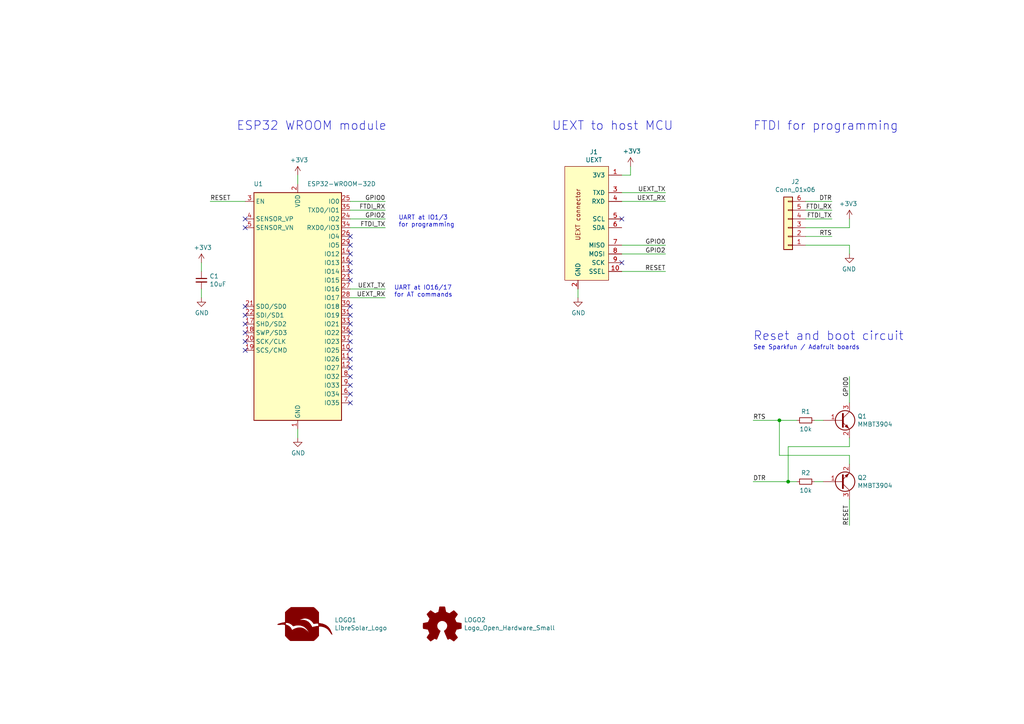
<source format=kicad_sch>
(kicad_sch (version 20230121) (generator eeschema)
  (paper "A4")
  (title_block (title "ESP32 WROOM to UEXT Adapter") (date "2019-03-07") (rev "0.2") (company "Libre Solar") (comment 1 "Author: Martin Jäger"))
  (lib_symbols
    (symbol "Connector_Generic:Conn_01x06" (pin_names (offset 1.016) hide)
      (property "Reference" "J" (at 0 7.62 0))
      (property "Value" "Conn_01x06" (at 0 -10.16 0))
      (symbol "Conn_01x06_1_1"
        (pin passive line (at -5.08 5.08 0) (length 3.81) (name "Pin_1") (number "1"))
        (pin passive line (at -5.08 2.54 0) (length 3.81) (name "Pin_2") (number "2"))
        (pin passive line (at -5.08 0 0) (length 3.81) (name "Pin_3") (number "3"))
        (pin passive line (at -5.08 -2.54 0) (length 3.81) (name "Pin_4") (number "4"))
        (pin passive line (at -5.08 -5.08 0) (length 3.81) (name "Pin_5") (number "5"))
        (pin passive line (at -5.08 -7.62 0) (length 3.81) (name "Pin_6") (number "6"))
      )
    )
    (symbol "Graphic:Logo_Open_Hardware_Small" (in_bom no) (on_board no))
    (symbol "Project:C" (pin_numbers hide) (pin_names (offset 0.254) hide)
      (property "Reference" "C" (at 0.635 1.905 0))
      (property "Value" "C" (at 0.635 -1.905 0))
      (symbol "C_1_1"
        (pin passive line (at 0 2.54 270) (length 1.905) (name "~") (number "1"))
        (pin passive line (at 0 -2.54 90) (length 2.032) (name "~") (number "2"))
      )
    )
    (symbol "Project:ESP32-WROOM-32D"
      (property "Reference" "U" (at -12.7 34.29 0))
      (property "Value" "ESP32-WROOM-32D" (at 1.27 34.29 0))
      (symbol "ESP32-WROOM-32D_1_1"
        (pin power_in line (at 0 -35.56 90) (length 2.54) (name "GND") (number "1"))
        (pin bidirectional line (at 15.24 -12.7 180) (length 2.54) (name "IO25") (number "10"))
        (pin bidirectional line (at 15.24 -15.24 180) (length 2.54) (name "IO26") (number "11"))
        (pin bidirectional line (at 15.24 -17.78 180) (length 2.54) (name "IO27") (number "12"))
        (pin bidirectional line (at 15.24 10.16 180) (length 2.54) (name "IO14") (number "13"))
        (pin bidirectional line (at 15.24 15.24 180) (length 2.54) (name "IO12") (number "14"))
        (pin passive line (at 0 -35.56 90) (length 2.54) hide (name "GND") (number "15"))
        (pin bidirectional line (at 15.24 12.7 180) (length 2.54) (name "IO13") (number "16"))
        (pin bidirectional line (at -15.24 -5.08 0) (length 2.54) (name "SHD/SD2") (number "17"))
        (pin bidirectional line (at -15.24 -7.62 0) (length 2.54) (name "SWP/SD3") (number "18"))
        (pin bidirectional line (at -15.24 -12.7 0) (length 2.54) (name "SCS/CMD") (number "19"))
        (pin power_in line (at 0 35.56 270) (length 2.54) (name "VDD") (number "2"))
        (pin bidirectional line (at -15.24 -10.16 0) (length 2.54) (name "SCK/CLK") (number "20"))
        (pin bidirectional line (at -15.24 0 0) (length 2.54) (name "SDO/SD0") (number "21"))
        (pin bidirectional line (at -15.24 -2.54 0) (length 2.54) (name "SDI/SD1") (number "22"))
        (pin bidirectional line (at 15.24 7.62 180) (length 2.54) (name "IO15") (number "23"))
        (pin bidirectional line (at 15.24 25.4 180) (length 2.54) (name "IO2") (number "24"))
        (pin bidirectional line (at 15.24 30.48 180) (length 2.54) (name "IO0") (number "25"))
        (pin bidirectional line (at 15.24 20.32 180) (length 2.54) (name "IO4") (number "26"))
        (pin bidirectional line (at 15.24 5.08 180) (length 2.54) (name "IO16") (number "27"))
        (pin bidirectional line (at 15.24 2.54 180) (length 2.54) (name "IO17") (number "28"))
        (pin bidirectional line (at 15.24 17.78 180) (length 2.54) (name "IO5") (number "29"))
        (pin input line (at -15.24 30.48 0) (length 2.54) (name "EN") (number "3"))
        (pin bidirectional line (at 15.24 0 180) (length 2.54) (name "IO18") (number "30"))
        (pin bidirectional line (at 15.24 -2.54 180) (length 2.54) (name "IO19") (number "31"))
        (pin no_connect line (at -12.7 -27.94 0) (length 2.54) hide (name "NC") (number "32"))
        (pin bidirectional line (at 15.24 -5.08 180) (length 2.54) (name "IO21") (number "33"))
        (pin bidirectional line (at 15.24 22.86 180) (length 2.54) (name "RXD0/IO3") (number "34"))
        (pin bidirectional line (at 15.24 27.94 180) (length 2.54) (name "TXD0/IO1") (number "35"))
        (pin bidirectional line (at 15.24 -7.62 180) (length 2.54) (name "IO22") (number "36"))
        (pin bidirectional line (at 15.24 -10.16 180) (length 2.54) (name "IO23") (number "37"))
        (pin passive line (at 0 -35.56 90) (length 2.54) hide (name "GND") (number "38"))
        (pin input line (at -15.24 25.4 0) (length 2.54) (name "SENSOR_VP") (number "4"))
        (pin input line (at -15.24 22.86 0) (length 2.54) (name "SENSOR_VN") (number "5"))
        (pin input line (at 15.24 -25.4 180) (length 2.54) (name "IO34") (number "6"))
        (pin input line (at 15.24 -27.94 180) (length 2.54) (name "IO35") (number "7"))
        (pin bidirectional line (at 15.24 -20.32 180) (length 2.54) (name "IO32") (number "8"))
        (pin bidirectional line (at 15.24 -22.86 180) (length 2.54) (name "IO33") (number "9"))
      )
    )
    (symbol "Project:LibreSolar_Logo" (pin_numbers hide) (pin_names (offset 1.016) hide)
      (property "Reference" "LOGO" (at 0 6.985 0))
      (property "Value" "LibreSolar_Logo" (at 0 -5.715 0))
    )
    (symbol "Project:R" (pin_numbers hide) (pin_names (offset 0.254) hide)
      (property "Reference" "R" (at -1.905 0 90))
      (property "Value" "R" (at 1.905 0 90))
      (symbol "R_1_1"
        (pin passive line (at 0 2.54 270) (length 0.762) (name "~") (number "1"))
        (pin passive line (at 0 -2.54 90) (length 0.762) (name "~") (number "2"))
      )
    )
    (symbol "Project:UEXT" (pin_names (offset 1.016))
      (property "Reference" "J" (at -6.35 19.05 0))
      (property "Value" "UEXT" (at 6.35 19.05 0))
      (symbol "UEXT_0_0"
        (text "UEXT connector" (at -2.54 3.81 900) (effects (font (size 1.27 1.27))))
        (pin passive line (at 10.16 7.62 180) (length 3.81) (name "RXD") (number "4"))
      )
      (symbol "UEXT_1_1"
        (pin passive line (at 10.16 15.24 180) (length 3.81) (name "3V3") (number "1"))
        (pin passive line (at 10.16 -12.7 180) (length 3.81) (name "SSEL") (number "10"))
        (pin passive line (at -2.54 -17.78 90) (length 2.54) (name "GND") (number "2"))
        (pin passive line (at 10.16 10.16 180) (length 3.81) (name "TXD") (number "3"))
        (pin passive line (at 10.16 2.54 180) (length 3.81) (name "SCL") (number "5"))
        (pin passive line (at 10.16 0 180) (length 3.81) (name "SDA") (number "6"))
        (pin passive line (at 10.16 -5.08 180) (length 3.81) (name "MISO") (number "7"))
        (pin passive line (at 10.16 -7.62 180) (length 3.81) (name "MOSI") (number "8"))
        (pin passive line (at 10.16 -10.16 180) (length 3.81) (name "SCK") (number "9"))
      )
    )
    (symbol "Transistor_BJT:MMBT3904" (pin_names (offset 0) hide)
      (property "Reference" "Q" (at 5.08 1.905 0))
      (property "Value" "MMBT3904" (at 5.08 0 0))
      (symbol "MMBT3904_1_1"
        (pin input line (at -5.08 0 0) (length 5.715) (name "B") (number "1"))
        (pin passive line (at 2.54 -5.08 90) (length 2.54) (name "E") (number "2"))
        (pin passive line (at 2.54 5.08 270) (length 2.54) (name "C") (number "3"))
      )
    )
    (symbol "power:+3V3" (power) (pin_names (offset 0))
      (property "Value" "+3V3" (at 0 3.556 0))
      (symbol "+3V3_1_1"
        (pin power_in line (at 0 0 90) (length 0) hide (name "+3V3") (number "1"))
      )
    )
    (symbol "power:GND" (power) (pin_names (offset 0))
      (property "Value" "GND" (at 0 -3.81 0))
      (symbol "GND_1_1"
        (pin power_in line (at 0 0 270) (length 0) hide (name "GND") (number "1"))
      )
    )
  )
  (junction (at 228.6 139.7))
  (junction (at 226.06 121.92))
  (no_connect (at 71.12 99.06))
  (no_connect (at 101.6 101.6))
  (no_connect (at 180.34 76.2))
  (no_connect (at 101.6 99.06))
  (no_connect (at 71.12 93.98))
  (no_connect (at 101.6 68.58))
  (no_connect (at 101.6 111.76))
  (no_connect (at 101.6 116.84))
  (no_connect (at 71.12 63.5))
  (no_connect (at 71.12 66.04))
  (no_connect (at 71.12 88.9))
  (no_connect (at 101.6 88.9))
  (no_connect (at 71.12 96.52))
  (no_connect (at 101.6 91.44))
  (no_connect (at 71.12 91.44))
  (no_connect (at 71.12 101.6))
  (no_connect (at 101.6 76.2))
  (no_connect (at 101.6 93.98))
  (no_connect (at 101.6 104.14))
  (no_connect (at 101.6 73.66))
  (no_connect (at 101.6 78.74))
  (no_connect (at 101.6 96.52))
  (no_connect (at 101.6 81.28))
  (no_connect (at 101.6 71.12))
  (no_connect (at 101.6 106.68))
  (no_connect (at 101.6 114.3))
  (no_connect (at 101.6 109.22))
  (no_connect (at 180.34 63.5))
  (wire (pts (xy 231.14 121.92) (xy 226.06 121.92)))
  (wire (pts (xy 86.36 50.8) (xy 86.36 53.34)))
  (wire (pts (xy 226.06 121.92) (xy 226.06 132.08)))
  (wire (pts (xy 101.6 86.36) (xy 111.76 86.36)))
  (wire (pts (xy 233.68 71.12) (xy 246.38 71.12)))
  (wire (pts (xy 226.06 121.92) (xy 218.44 121.92)))
  (wire (pts (xy 246.38 129.54) (xy 228.6 129.54)))
  (wire (pts (xy 233.68 68.58) (xy 241.3 68.58)))
  (wire (pts (xy 86.36 124.46) (xy 86.36 127)))
  (wire (pts (xy 180.34 58.42) (xy 193.04 58.42)))
  (wire (pts (xy 233.68 58.42) (xy 241.3 58.42)))
  (wire (pts (xy 228.6 139.7) (xy 218.44 139.7)))
  (wire (pts (xy 231.14 139.7) (xy 228.6 139.7)))
  (wire (pts (xy 180.34 55.88) (xy 193.04 55.88)))
  (wire (pts (xy 246.38 144.78) (xy 246.38 152.4)))
  (wire (pts (xy 180.34 78.74) (xy 193.04 78.74)))
  (wire (pts (xy 233.68 66.04) (xy 246.38 66.04)))
  (wire (pts (xy 101.6 63.5) (xy 111.76 63.5)))
  (wire (pts (xy 71.12 58.42) (xy 60.96 58.42)))
  (wire (pts (xy 228.6 129.54) (xy 228.6 139.7)))
  (wire (pts (xy 180.34 73.66) (xy 193.04 73.66)))
  (wire (pts (xy 246.38 116.84) (xy 246.38 109.22)))
  (wire (pts (xy 238.76 139.7) (xy 236.22 139.7)))
  (wire (pts (xy 246.38 132.08) (xy 246.38 134.62)))
  (wire (pts (xy 246.38 66.04) (xy 246.38 63.5)))
  (wire (pts (xy 101.6 60.96) (xy 111.76 60.96)))
  (wire (pts (xy 58.42 83.82) (xy 58.42 86.36)))
  (wire (pts (xy 233.68 63.5) (xy 241.3 63.5)))
  (wire (pts (xy 180.34 71.12) (xy 193.04 71.12)))
  (wire (pts (xy 167.64 83.82) (xy 167.64 86.36)))
  (wire (pts (xy 238.76 121.92) (xy 236.22 121.92)))
  (wire (pts (xy 101.6 83.82) (xy 111.76 83.82)))
  (wire (pts (xy 58.42 76.2) (xy 58.42 78.74)))
  (wire (pts (xy 226.06 132.08) (xy 246.38 132.08)))
  (wire (pts (xy 246.38 127) (xy 246.38 129.54)))
  (wire (pts (xy 101.6 66.04) (xy 111.76 66.04)))
  (wire (pts (xy 182.88 50.8) (xy 180.34 50.8)))
  (wire (pts (xy 101.6 58.42) (xy 111.76 58.42)))
  (wire (pts (xy 182.88 48.26) (xy 182.88 50.8)))
  (wire (pts (xy 233.68 60.96) (xy 241.3 60.96)))
  (wire (pts (xy 246.38 71.12) (xy 246.38 73.66)))
  (text "UART at IO1/3\nfor programming" (at 115.57 66.04 0) (effects (font (size 1.27 1.27)) (justify left bottom)))
  (text "UEXT to host MCU" (at 160.02 38.1 0) (effects (font (size 2.54 2.54)) (justify left bottom)))
  (text "FTDI for programming" (at 218.44 38.1 0) (effects (font (size 2.54 2.54)) (justify left bottom)))
  (text "UART at IO16/17\nfor AT commands" (at 114.3 86.36 0) (effects (font (size 1.27 1.27)) (justify left bottom)))
  (text "ESP32 WROOM module" (at 68.58 38.1 0) (effects (font (size 2.54 2.54)) (justify left bottom)))
  (text "Reset and boot circuit" (at 218.44 99.06 0) (effects (font (size 2.54 2.54)) (justify left bottom)))
  (text "See Sparkfun / Adafruit boards" (at 218.44 101.6 0) (effects (font (size 1.27 1.27)) (justify left bottom)))
  (label "GPIO2" (at 111.76 63.5 180))
  (label "RESET" (at 193.04 78.74 180))
  (label "UEXT_TX" (at 111.76 83.82 180))
  (label "UEXT_TX" (at 193.04 55.88 180))
  (label "GPIO0" (at 246.38 109.22 270))
  (label "RTS" (at 241.3 68.58 180))
  (label "FTDI_RX" (at 111.76 60.96 180))
  (label "RESET" (at 246.38 152.4 90))
  (label "DTR" (at 241.3 58.42 180))
  (label "RTS" (at 218.44 121.92 0))
  (label "RESET" (at 60.96 58.42 0))
  (label "UEXT_RX" (at 193.04 58.42 180))
  (label "FTDI_TX" (at 241.3 63.5 180))
  (label "GPIO0" (at 193.04 71.12 180))
  (label "FTDI_RX" (at 241.3 60.96 180))
  (label "GPIO0" (at 111.76 58.42 180))
  (label "DTR" (at 218.44 139.7 0))
  (label "FTDI_TX" (at 111.76 66.04 180))
  (label "GPIO2" (at 193.04 73.66 180))
  (label "UEXT_RX" (at 111.76 86.36 180))
  (symbol (lib_id "Project:C") (at 58.42 81.28 0) (unit 1)
    (property "Reference" "C1" (at 60.7568 80.1116 0) (effects (justify left)))
    (property "Value" "10uF" (at 60.7568 82.423 0) (effects (justify left)))
    (property "Footprint" "LibreSolar:C_0805_2012" (effects hide))
    (property "Manufacturer" "Murata" (effects hide))
    (property "PartNumber" "GRM21BR61C106KE15L" (effects hide))
    (property "Remarks" "16V, X5R" (effects hide))
  )
  (symbol (lib_id "power:GND") (at 86.36 127 0) (unit 1)
    (property "Reference" "#PWR04" (effects hide))
    (property "Value" "GND" (at 86.487 131.3942 0))
  )
  (symbol (lib_id "power:GND") (at 167.64 86.36 0) (unit 1)
    (property "Reference" "#PWR09" (effects hide))
    (property "Value" "GND" (at 167.767 90.7542 0))
  )
  (symbol (lib_id "power:+3V3") (at 182.88 48.26 0) (unit 1)
    (property "Reference" "#PWR08" (effects hide))
    (property "Value" "+3V3" (at 183.261 43.8658 0))
  )
  (symbol (lib_id "power:GND") (at 58.42 86.36 0) (unit 1)
    (property "Reference" "#PWR03" (effects hide))
    (property "Value" "GND" (at 58.547 90.7542 0))
  )
  (symbol (lib_id "power:+3V3") (at 58.42 76.2 0) (unit 1)
    (property "Reference" "#PWR02" (effects hide))
    (property "Value" "+3V3" (at 58.801 71.8058 0))
  )
  (symbol (lib_id "power:+3V3") (at 86.36 50.8 0) (unit 1)
    (property "Reference" "#PWR0101" (effects hide))
    (property "Value" "+3V3" (at 86.741 46.4058 0))
  )
  (symbol (lib_id "Project:ESP32-WROOM-32D") (at 86.36 88.9 0) (unit 1)
    (property "Reference" "U1" (at 74.93 53.34 0))
    (property "Value" "ESP32-WROOM-32D" (at 99.06 53.34 0))
    (property "Footprint" "RF_Module:ESP32-WROOM-32" (effects hide))
    (property "Datasheet" "https://www.espressif.com/sites/default/files/documentation/esp32-wroom-32_datasheet_en.pdf" (effects hide))
  )
  (symbol (lib_id "Project:LibreSolar_Logo") (at 87.63 181.61 0) (unit 1)
    (property "Reference" "LOGO1" (at 97.028 179.832 0) (effects (justify left)))
    (property "Value" "LibreSolar_Logo" (at 97.028 182.1434 0) (effects (justify left)))
    (property "Footprint" "LibreSolar:LIBRESOLAR_LOGO" (effects hide))
  )
  (symbol (lib_id "Graphic:Logo_Open_Hardware_Small") (at 128.27 181.61 0) (unit 1)
    (property "Reference" "LOGO2" (at 134.5438 179.8066 0) (effects (justify left)))
    (property "Value" "Logo_Open_Hardware_Small" (at 134.5438 182.118 0) (effects (justify left)))
    (property "Footprint" "Symbol:OSHW-Logo_5.7x6mm_SilkScreen" (effects hide))
  )
  (symbol (lib_id "Transistor_BJT:MMBT3904") (at 243.84 121.92 0) (unit 1)
    (property "Reference" "Q1" (at 248.6914 120.7516 0) (effects (justify left)))
    (property "Value" "MMBT3904" (at 248.6914 123.063 0) (effects (justify left)))
    (property "Footprint" "LibreSolar:SOT-23" (effects hide))
    (property "Datasheet" "https://www.fairchildsemi.com/datasheets/2N/2N3904.pdf" (effects hide))
  )
  (symbol (lib_id "Project:R") (at 233.68 121.92 270) (unit 1)
    (property "Reference" "R1" (at 233.68 119.38 90))
    (property "Value" "10k" (at 233.68 124.46 90))
    (property "Footprint" "LibreSolar:R_0603_1608" (effects hide))
    (property "Manufacturer" "Yageo" (effects hide))
    (property "PartNumber" "RC0603FR-0710KL" (effects hide))
  )
  (symbol (lib_id "Transistor_BJT:MMBT3904") (at 243.84 139.7 0) (mirror x) (unit 1)
    (property "Reference" "Q2" (at 248.6914 138.5316 0) (effects (justify left)))
    (property "Value" "MMBT3904" (at 248.6914 140.843 0) (effects (justify left)))
    (property "Footprint" "LibreSolar:SOT-23" (effects hide))
    (property "Datasheet" "https://www.fairchildsemi.com/datasheets/2N/2N3904.pdf" (effects hide))
  )
  (symbol (lib_id "Project:R") (at 233.68 139.7 270) (unit 1)
    (property "Reference" "R2" (at 233.68 137.16 90))
    (property "Value" "10k" (at 233.68 142.24 90))
    (property "Footprint" "LibreSolar:R_0603_1608" (effects hide))
    (property "Manufacturer" "Yageo" (effects hide))
    (property "PartNumber" "RC0603FR-0710KL" (effects hide))
  )
  (symbol (lib_id "Project:UEXT") (at 170.18 66.04 0) (unit 1)
    (property "Reference" "J1" (at 172.2374 44.069 0))
    (property "Value" "UEXT" (at 172.2374 46.3804 0))
    (property "Footprint" "Connector_PinSocket_2.54mm:PinSocket_2x05_P2.54mm_Vertical" (effects hide))
    (property "Manufacturer" "Sullins Connector Solutions" (effects hide))
    (property "PartNumber" "SFH11-PBPC-D05-ST-BK" (effects hide))
  )
  (symbol (lib_id "Connector_Generic:Conn_01x06") (at 228.6 66.04 180) (unit 1)
    (property "Reference" "J2" (at 230.6574 52.705 0))
    (property "Value" "Conn_01x06" (at 230.6574 55.0164 0))
    (property "Footprint" "Connector_PinHeader_2.54mm:PinHeader_1x06_P2.54mm_Vertical" (effects hide))
  )
  (symbol (lib_id "power:GND") (at 246.38 73.66 0) (mirror y) (unit 1)
    (property "Reference" "#PWR05" (effects hide))
    (property "Value" "GND" (at 246.253 78.0542 0))
  )
  (symbol (lib_id "power:+3V3") (at 246.38 63.5 0) (mirror y) (unit 1)
    (property "Reference" "#PWR01" (effects hide))
    (property "Value" "+3V3" (at 245.999 59.1058 0))
  )
)
</source>
